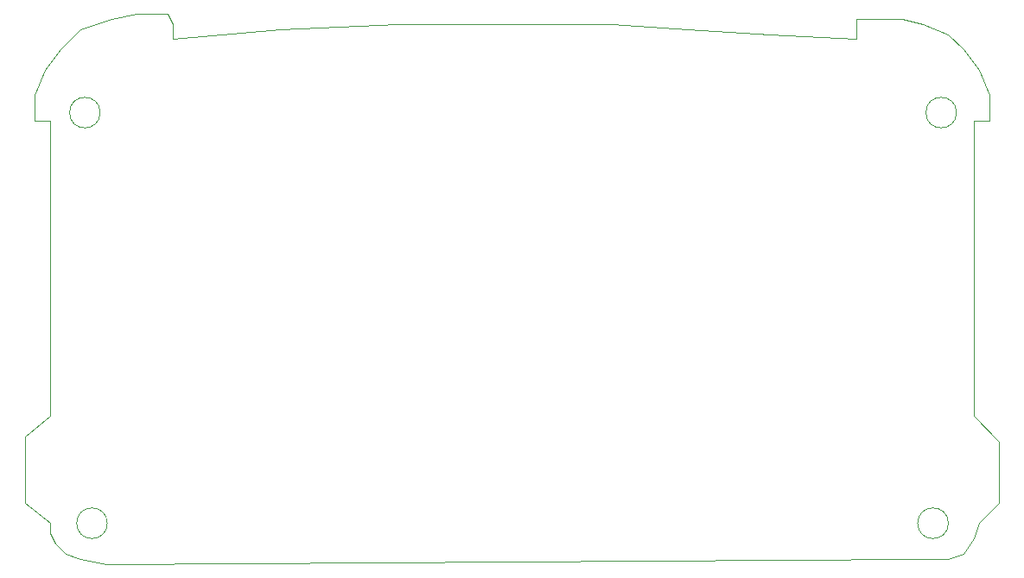
<source format=gm1>
%TF.GenerationSoftware,KiCad,Pcbnew,9.0.6*%
%TF.CreationDate,2025-12-09T13:48:27+01:00*%
%TF.ProjectId,back,6261636b-2e6b-4696-9361-645f70636258,rev?*%
%TF.SameCoordinates,Original*%
%TF.FileFunction,Profile,NP*%
%FSLAX46Y46*%
G04 Gerber Fmt 4.6, Leading zero omitted, Abs format (unit mm)*
G04 Created by KiCad (PCBNEW 9.0.6) date 2025-12-09 13:48:27*
%MOMM*%
%LPD*%
G01*
G04 APERTURE LIST*
%TA.AperFunction,Profile*%
%ADD10C,0.050000*%
%TD*%
%TA.AperFunction,Profile*%
%ADD11C,0.100000*%
%TD*%
G04 APERTURE END LIST*
D10*
X256900000Y-63500000D02*
X258400000Y-63500000D01*
X255900000Y-106000000D02*
X256900000Y-104500000D01*
X259400000Y-95000000D02*
X256900000Y-92500000D01*
D11*
X171300000Y-62700000D02*
G75*
G02*
X168300000Y-62700000I-1500000J0D01*
G01*
X168300000Y-62700000D02*
G75*
G02*
X171300000Y-62700000I1500000J0D01*
G01*
D10*
X169400000Y-106500000D02*
X171900000Y-107000000D01*
X166400000Y-103000000D02*
X166400000Y-104000000D01*
X166400000Y-104000000D02*
X166900000Y-105000000D01*
X251400000Y-106500000D02*
X254400000Y-106500000D01*
X166400000Y-65500000D02*
X166400000Y-92500000D01*
D11*
X254400000Y-103000000D02*
G75*
G02*
X251400000Y-103000000I-1500000J0D01*
G01*
X251400000Y-103000000D02*
G75*
G02*
X254400000Y-103000000I1500000J0D01*
G01*
D10*
X236900000Y-55000000D02*
X228900000Y-54500000D01*
X259400000Y-101000000D02*
X259400000Y-95000000D01*
X258400000Y-63500000D02*
X258400000Y-61000000D01*
X258400000Y-61000000D02*
X257400000Y-58500000D01*
X245400000Y-55500000D02*
X236900000Y-55000000D01*
X221400000Y-54000000D02*
X214900000Y-54000000D01*
X257400000Y-103000000D02*
X259400000Y-101000000D01*
X164900000Y-63500000D02*
X166400000Y-63500000D01*
X178400000Y-54000000D02*
X177900000Y-53000000D01*
X167900000Y-106000000D02*
X169400000Y-106500000D01*
X164900000Y-62500000D02*
X164900000Y-63500000D01*
D11*
X172000000Y-103000000D02*
G75*
G02*
X169000000Y-103000000I-1500000J0D01*
G01*
X169000000Y-103000000D02*
G75*
G02*
X172000000Y-103000000I1500000J0D01*
G01*
D10*
X163900000Y-94500000D02*
X163900000Y-101000000D01*
X254400000Y-55000000D02*
X251900000Y-54000000D01*
X166400000Y-92500000D02*
X163900000Y-94500000D01*
X169400000Y-54500000D02*
X167400000Y-56500000D01*
D11*
X255200000Y-62700000D02*
G75*
G02*
X252200000Y-62700000I-1500000J0D01*
G01*
X252200000Y-62700000D02*
G75*
G02*
X255200000Y-62700000I1500000J0D01*
G01*
D10*
X200400000Y-54000000D02*
X188900000Y-54500000D01*
X164900000Y-61000000D02*
X164900000Y-62500000D01*
X177900000Y-53000000D02*
X174900000Y-53000000D01*
X228900000Y-54500000D02*
X221400000Y-54000000D01*
X165900000Y-58500000D02*
X164900000Y-61000000D01*
X208900000Y-54000000D02*
X200400000Y-54000000D01*
X167400000Y-56500000D02*
X165900000Y-58500000D01*
X171900000Y-107000000D02*
X251400000Y-106500000D01*
X166900000Y-105000000D02*
X167900000Y-106000000D01*
X256900000Y-104500000D02*
X257400000Y-103000000D01*
X172400000Y-53500000D02*
X169400000Y-54500000D01*
X254400000Y-106500000D02*
X255900000Y-106000000D01*
X255900000Y-56500000D02*
X254400000Y-55000000D01*
X251900000Y-54000000D02*
X249900000Y-53500000D01*
X188900000Y-54500000D02*
X178400000Y-55500000D01*
X249900000Y-53500000D02*
X245400000Y-53500000D01*
X178400000Y-55500000D02*
X178400000Y-54000000D01*
X256900000Y-92500000D02*
X256900000Y-63500000D01*
X174900000Y-53000000D02*
X172400000Y-53500000D01*
X163900000Y-101000000D02*
X166400000Y-103000000D01*
X245400000Y-53500000D02*
X245400000Y-55500000D01*
X214900000Y-54000000D02*
X208900000Y-54000000D01*
X166400000Y-63500000D02*
X166400000Y-65500000D01*
X257400000Y-58500000D02*
X255900000Y-56500000D01*
M02*

</source>
